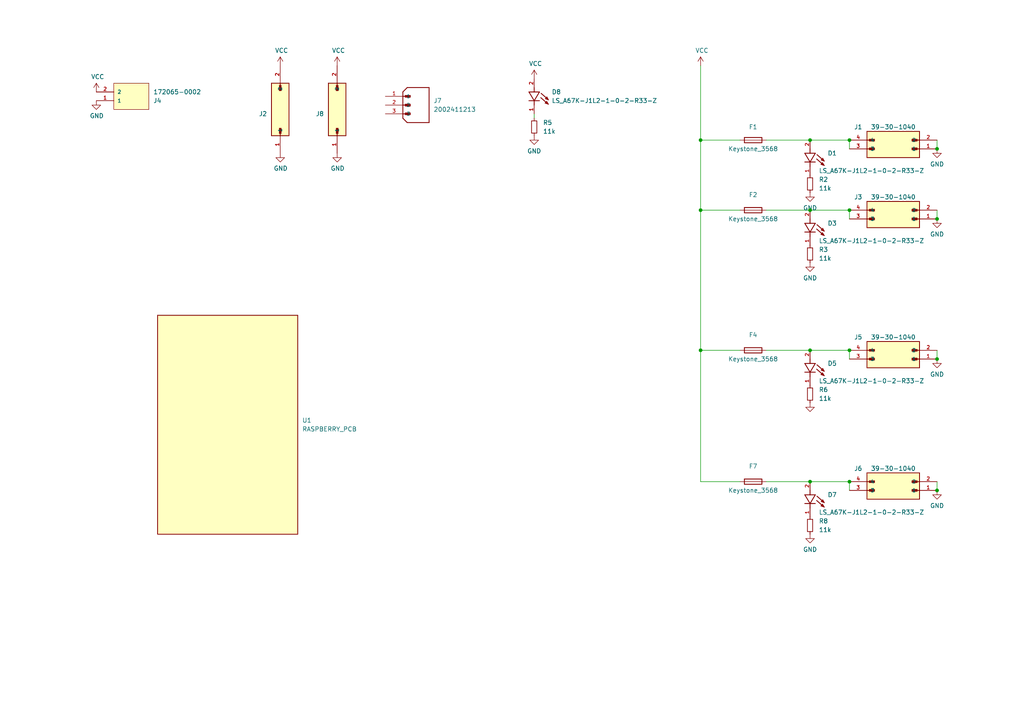
<source format=kicad_sch>
(kicad_sch (version 20230121) (generator eeschema)
  (paper "A4")
  (lib_symbols
    (symbol "172065-0002:172065-0002" (pin_names (offset 1.016))
      (property "Reference" "J" (at -5.0806 5.8462 0))
      (property "Value" "172065-0002" (at -5.0837 -5.1169 0))
      (symbol "172065-0002_0_0"
        (rectangle (start -5.08 -2.54) (end 5.08 5.08) (stroke (width 0.1524)) (fill (type background)))
        (pin passive line (at -10.16 2.54 0) (length 5.08) (name "1") (number "1"))
        (pin passive line (at -10.16 0 0) (length 5.08) (name "2") (number "2"))
      )
    )
    (symbol "2002411213:2002411213" (pin_names (offset 1.016))
      (property "Reference" "J" (at 0 6.35 0))
      (property "Value" "2002411213" (at 0 -7.62 0))
      (symbol "2002411213_0_0"
        (polyline (pts (xy 0 -3.81) (xy 1.27 -5.08)) (stroke (width 0.254)))
        (polyline (pts (xy 0 -2.54) (xy 1.905 -2.54)) (stroke (width 0.254)))
        (polyline (pts (xy 0 0) (xy 1.905 0)) (stroke (width 0.254)))
        (polyline (pts (xy 0 2.54) (xy 0 -3.81)) (stroke (width 0.254)))
        (polyline (pts (xy 0 2.54) (xy 1.905 2.54)) (stroke (width 0.254)))
        (polyline (pts (xy 0 3.81) (xy 0 2.54)) (stroke (width 0.254)))
        (polyline (pts (xy 0 3.81) (xy 1.27 5.08)) (stroke (width 0.254)))
        (polyline (pts (xy 1.27 -5.08) (xy 7.62 -5.08)) (stroke (width 0.254)))
        (polyline (pts (xy 7.62 -5.08) (xy 7.62 5.08)) (stroke (width 0.254)))
        (polyline (pts (xy 7.62 5.08) (xy 1.27 5.08)) (stroke (width 0.254)))
        (rectangle (start 0.635 -2.8575) (end 2.2225 -2.2225) (stroke (width 0.1)) (fill (type outline)))
        (rectangle (start 0.635 -0.3175) (end 2.2225 0.3175) (stroke (width 0.1)) (fill (type outline)))
        (rectangle (start 0.635 2.2225) (end 2.2225 2.8575) (stroke (width 0.1)) (fill (type outline)))
        (pin passive line (at -5.08 2.54 0) (length 5.08) (name "1") (number "1"))
        (pin passive line (at -5.08 0 0) (length 5.08) (name "2") (number "2"))
        (pin passive line (at -5.08 -2.54 0) (length 5.08) (name "3") (number "3"))
      )
    )
    (symbol "39-30-1040:39-30-1040" (pin_names (offset 1.016))
      (property "Reference" "J" (at -7.62 3.302 0))
      (property "Value" "39-30-1040" (at -7.62 -7.62 0))
      (symbol "39-30-1040_0_0"
        (rectangle (start -7.62 -5.08) (end 7.62 2.54) (stroke (width 0.254)) (fill (type background)))
        (rectangle (start -6.985 -2.8575) (end -5.3975 -2.2225) (stroke (width 0.1)) (fill (type outline)))
        (rectangle (start -6.985 -0.3175) (end -5.3975 0.3175) (stroke (width 0.1)) (fill (type outline)))
        (polyline (pts (xy -7.62 -2.54) (xy -5.715 -2.54)) (stroke (width 0.254)))
        (polyline (pts (xy -7.62 0) (xy -5.715 0)) (stroke (width 0.254)))
        (polyline (pts (xy 7.62 -2.54) (xy 5.715 -2.54)) (stroke (width 0.254)))
        (polyline (pts (xy 7.62 0) (xy 5.715 0)) (stroke (width 0.254)))
        (rectangle (start 5.3975 -2.8575) (end 6.985 -2.2225) (stroke (width 0.1)) (fill (type outline)))
        (rectangle (start 5.3975 -0.3175) (end 6.985 0.3175) (stroke (width 0.1)) (fill (type outline)))
        (pin passive line (at -12.7 0 0) (length 5.08) (name "1") (number "1"))
        (pin passive line (at -12.7 -2.54 0) (length 5.08) (name "2") (number "2"))
        (pin passive line (at 12.7 0 180) (length 5.08) (name "3") (number "3"))
        (pin passive line (at 12.7 -2.54 180) (length 5.08) (name "4") (number "4"))
      )
    )
    (symbol "768250002:768250002" (pin_names (offset 1.016))
      (property "Reference" "J" (at -7.62 3.81 0))
      (property "Value" "768250002" (at -7.62 -5.08 0))
      (symbol "768250002_0_0"
        (rectangle (start -7.62 -2.54) (end 7.62 2.54) (stroke (width 0.254)) (fill (type background)))
        (rectangle (start -6.985 -0.3175) (end -5.3975 0.3175) (stroke (width 0.1)) (fill (type outline)))
        (polyline (pts (xy -7.62 0) (xy -5.715 0)) (stroke (width 0.254)))
        (polyline (pts (xy 7.62 0) (xy 5.715 0)) (stroke (width 0.254)))
        (rectangle (start 5.3975 -0.3175) (end 6.985 0.3175) (stroke (width 0.1)) (fill (type outline)))
        (pin passive line (at -12.7 0 0) (length 5.08) (name "1") (number "1"))
        (pin passive line (at 12.7 0 180) (length 5.08) (name "2") (number "2"))
      )
    )
    (symbol "Device:Fuse" (pin_numbers hide) (pin_names (offset 0))
      (property "Reference" "F" (at 2.032 0 90))
      (property "Value" "Fuse" (at -1.905 0 90))
      (symbol "Fuse_0_1"
        (rectangle (start -0.762 -2.54) (end 0.762 2.54) (stroke (width 0.254)))
        (polyline (pts (xy 0 2.54) (xy 0 -2.54)))
      )
      (symbol "Fuse_1_1"
        (pin passive line (at 0 3.81 270) (length 1.27) (name "~") (number "1"))
        (pin passive line (at 0 -3.81 90) (length 1.27) (name "~") (number "2"))
      )
    )
    (symbol "Device:R_Small" (pin_numbers hide) (pin_names (offset 0.254) hide)
      (property "Reference" "R" (at 0.762 0.508 0))
      (property "Value" "R_Small" (at 0.762 -1.016 0))
      (symbol "R_Small_0_1"
        (rectangle (start -0.762 1.778) (end 0.762 -1.778) (stroke (width 0.2032)))
      )
      (symbol "R_Small_1_1"
        (pin passive line (at 0 2.54 270) (length 0.762) (name "~") (number "1"))
        (pin passive line (at 0 -2.54 90) (length 0.762) (name "~") (number "2"))
      )
    )
    (symbol "LS_A67K-J1L2-1-0-2-R33-Z:LS_A67K-J1L2-1-0-2-R33-Z" (pin_names (offset 1.016))
      (property "Reference" "D" (at -4.445 4.445 0))
      (property "Value" "LS_A67K-J1L2-1-0-2-R33-Z" (at -4.445 -3.81 0))
      (symbol "LS_A67K-J1L2-1-0-2-R33-Z_0_0"
        (polyline (pts (xy -2.54 0) (xy -1.27 0)) (stroke (width 0.254)))
        (polyline (pts (xy -1.27 -1.524) (xy 1.27 0)) (stroke (width 0.254)))
        (polyline (pts (xy -1.27 0) (xy -1.27 -1.524)) (stroke (width 0.254)))
        (polyline (pts (xy -1.27 1.524) (xy -1.27 0)) (stroke (width 0.254)))
        (polyline (pts (xy 0.9144 4.0386) (xy -0.8636 2.0066)) (stroke (width 0.254)))
        (polyline (pts (xy 1.27 0) (xy -1.27 1.524)) (stroke (width 0.254)))
        (polyline (pts (xy 1.27 0) (xy 1.27 -1.524)) (stroke (width 0.254)))
        (polyline (pts (xy 1.27 0) (xy 2.54 0)) (stroke (width 0.254)))
        (polyline (pts (xy 1.27 1.524) (xy 1.27 0)) (stroke (width 0.254)))
        (polyline (pts (xy 2.159 3.937) (xy 0.381 1.905)) (stroke (width 0.254)))
        (polyline (pts (xy 0.127 3.683) (xy 0.6985 3.175) (xy 1.0795 4.191) (xy 0.127 3.683)) (stroke (width 0.1524)) (fill (type outline)))
        (polyline (pts (xy 1.397 3.6195) (xy 1.9685 3.1115) (xy 2.3495 4.191) (xy 1.397 3.6195)) (stroke (width 0.1524)) (fill (type outline)))
        (pin passive line (at 5.08 0 180) (length 2.54) (name "~") (number "1"))
        (pin passive line (at -5.08 0 0) (length 2.54) (name "~") (number "2"))
      )
    )
    (symbol "RASPBERRY_PI_4B_4GB:RASPBERRY_PI_4B_4GB" (pin_names (offset 1.016))
      (property "Reference" "U" (at -20.32 33.528 0))
      (property "Value" "RASPBERRY_PI_4B_4GB" (at -20.32 -33.02 0))
      (symbol "RASPBERRY_PI_4B_4GB_0_0"
        (rectangle (start -20.32 -30.48) (end 20.32 33.02) (stroke (width 0.254)) (fill (type background)))
      )
    )
    (symbol "power:GND" (power) (pin_names (offset 0))
      (property "Value" "GND" (at 0 -3.81 0))
      (symbol "GND_0_1"
        (polyline (pts (xy 0 0) (xy 0 -1.27) (xy 1.27 -1.27) (xy 0 -2.54) (xy -1.27 -1.27) (xy 0 -1.27)))
      )
      (symbol "GND_1_1"
        (pin power_in line (at 0 0 270) (length 0) hide (name "GND") (number "1"))
      )
    )
    (symbol "power:VCC" (power) (pin_names (offset 0))
      (property "Value" "VCC" (at 0 3.81 0))
      (symbol "VCC_0_1"
        (polyline (pts (xy -0.762 1.27) (xy 0 2.54)))
        (polyline (pts (xy 0 0) (xy 0 2.54)))
        (polyline (pts (xy 0 2.54) (xy 0.762 1.27)))
      )
      (symbol "VCC_1_1"
        (pin power_in line (at 0 0 90) (length 0) hide (name "VCC") (number "1"))
      )
    )
  )
  (junction (at 234.95 101.6))
  (junction (at 246.38 101.6))
  (junction (at 246.38 60.96))
  (junction (at 271.78 63.5))
  (junction (at 203.2 40.64))
  (junction (at 271.78 43.18))
  (junction (at 271.78 142.24))
  (junction (at 203.2 60.96))
  (junction (at 246.38 139.7))
  (junction (at 271.78 104.14))
  (junction (at 234.95 60.96))
  (junction (at 234.95 139.7))
  (junction (at 246.38 40.64))
  (junction (at 203.2 101.6))
  (junction (at 234.95 40.64))
  (wire (pts (xy 246.38 60.96) (xy 246.38 63.5)))
  (wire (pts (xy 234.95 40.64) (xy 246.38 40.64)))
  (wire (pts (xy 222.25 139.7) (xy 234.95 139.7)))
  (wire (pts (xy 271.78 101.6) (xy 271.78 104.14)))
  (wire (pts (xy 214.63 40.64) (xy 203.2 40.64)))
  (wire (pts (xy 246.38 139.7) (xy 246.38 142.24)))
  (wire (pts (xy 271.78 60.96) (xy 271.78 63.5)))
  (wire (pts (xy 154.94 33.02) (xy 154.94 34.29)))
  (wire (pts (xy 203.2 40.64) (xy 203.2 60.96)))
  (wire (pts (xy 246.38 101.6) (xy 246.38 104.14)))
  (wire (pts (xy 234.95 60.96) (xy 246.38 60.96)))
  (wire (pts (xy 234.95 139.7) (xy 246.38 139.7)))
  (wire (pts (xy 222.25 40.64) (xy 234.95 40.64)))
  (wire (pts (xy 271.78 139.7) (xy 271.78 142.24)))
  (wire (pts (xy 203.2 19.05) (xy 203.2 40.64)))
  (wire (pts (xy 214.63 139.7) (xy 203.2 139.7)))
  (wire (pts (xy 222.25 60.96) (xy 234.95 60.96)))
  (wire (pts (xy 214.63 101.6) (xy 203.2 101.6)))
  (wire (pts (xy 203.2 101.6) (xy 203.2 139.7)))
  (wire (pts (xy 203.2 60.96) (xy 203.2 101.6)))
  (wire (pts (xy 222.25 101.6) (xy 234.95 101.6)))
  (wire (pts (xy 246.38 40.64) (xy 246.38 43.18)))
  (wire (pts (xy 271.78 40.64) (xy 271.78 43.18)))
  (wire (pts (xy 214.63 60.96) (xy 203.2 60.96)))
  (wire (pts (xy 234.95 101.6) (xy 246.38 101.6)))
  (symbol (lib_id "power:VCC") (at 154.94 22.86 0) (unit 1)
    (property "Reference" "#PWR015" (effects hide))
    (property "Value" "VCC" (at 155.321 18.4658 0))
  )
  (symbol (lib_id "Device:R_Small") (at 234.95 53.34 0) (unit 1)
    (property "Reference" "R2" (at 237.49 52.07 0) (effects (justify left)))
    (property "Value" "11k" (at 237.49 54.61 0) (effects (justify left)))
    (property "Footprint" "Resistor_SMD:R_0805_2012Metric" (effects hide))
  )
  (symbol (lib_id "Device:Fuse") (at 218.44 40.64 90) (unit 1)
    (property "Reference" "F1" (at 218.44 36.83 90))
    (property "Value" "Keystone_3568" (at 218.44 43.18 90))
    (property "Footprint" "Fuse:Fuseholder_Blade_Mini_Keystone_3568" (effects hide))
    (property "Datasheet" "https://www.mouser.at/datasheet/2/215/3568-742601.pdf" (effects hide))
  )
  (symbol (lib_id "39-30-1040:39-30-1040") (at 259.08 63.5 180) (unit 1)
    (property "Reference" "J3" (at 248.92 57.15 0))
    (property "Value" "39-30-1040" (at 259.08 57.15 0))
    (property "Footprint" "39-30-1040:MOLEX_39-30-1040" (effects hide))
    (property "MF" "Molex" (effects hide))
    (property "DESCRIPTION" "Conn Wire to Board HDR 4 POS 4.2mm Solder RA Side Entry Thru-Hole Mini-Fit Jr™ Bag" (effects hide))
    (property "PACKAGE" "None" (effects hide))
    (property "PRICE" "None" (effects hide))
    (property "Package" "None" (effects hide))
    (property "Check_prices" "https://www.snapeda.com/parts/39301040/Molex/view-part/?ref=eda" (effects hide))
    (property "Price" "None" (effects hide))
    (property "SnapEDA_Link" "https://www.snapeda.com/parts/39301040/Molex/view-part/?ref=snap" (effects hide))
    (property "MP" "39301040" (effects hide))
    (property "Availability" "In Stock" (effects hide))
    (property "AVAILABILITY" "In Stock" (effects hide))
    (property "Description" "\n                        \n                            Conn Wire to Board HDR 4 POS 4.2mm Solder RA Side Entry Thru-Hole Mini-Fit Jr™ Bag\n                        \n" (effects hide))
  )
  (symbol (lib_id "Device:Fuse") (at 218.44 139.7 90) (unit 1)
    (property "Reference" "F7" (at 218.44 135.2382 90))
    (property "Value" "Keystone_3568" (at 218.44 142.24 90))
    (property "Footprint" "Fuse:Fuseholder_Blade_Mini_Keystone_3568" (effects hide))
    (property "Datasheet" "https://www.mouser.at/datasheet/2/215/3568-742601.pdf" (effects hide))
  )
  (symbol (lib_id "power:GND") (at 154.94 39.37 0) (unit 1)
    (property "Reference" "#PWR016" (effects hide))
    (property "Value" "GND" (at 154.94 43.8134 0))
  )
  (symbol (lib_id "LS_A67K-J1L2-1-0-2-R33-Z:LS_A67K-J1L2-1-0-2-R33-Z") (at 154.94 27.94 270) (unit 1)
    (property "Reference" "D8" (at 160.02 26.67 90) (effects (justify left)))
    (property "Value" "LS_A67K-J1L2-1-0-2-R33-Z" (at 160.02 29.21 90) (effects (justify left)))
    (property "Footprint" "LS_A67K-J1L2-1-0-2-R33-Z:LED_LS_A67K-J1L2-1-0-2-R33-Z" (effects hide))
    (property "MF" "OSRAM Opto Semiconductors" (effects hide))
    (property "MAXIMUM_PACKAGE_HEIGHT" "4.20mm" (effects hide))
    (property "CREATOR" "NEZY" (effects hide))
    (property "Price" "None" (effects hide))
    (property "Package" "None" (effects hide))
    (property "Check_prices" "https://www.snapeda.com/parts/LS%20A67K-J1L2-1-0-2-R33-Z/OSRAM/view-part/?ref=eda" (effects hide))
    (property "STANDARD" "Manufacturer Recommendations" (effects hide))
    (property "PARTREV" "1.5" (effects hide))
    (property "SnapEDA_Link" "https://www.snapeda.com/parts/LS%20A67K-J1L2-1-0-2-R33-Z/OSRAM/view-part/?ref=snap" (effects hide))
    (property "MP" "LS A67K-J1L2-1-0-2-R33-Z" (effects hide))
    (property "Description" "\n                        \n                            Red 630nm LED Indication - Discrete 1.8V 2-SMD, Boomerang\n                        \n" (effects hide))
    (property "Availability" "In Stock" (effects hide))
    (property "MANUFACTURER" "OSRAM" (effects hide))
  )
  (symbol (lib_id "RASPBERRY_PI_4B_4GB:RASPBERRY_PI_4B_4GB") (at 66.04 124.46 0) (unit 1)
    (property "Reference" "U1" (at 87.63 121.92 0) (effects (justify left)))
    (property "Value" "RASPBERRY_PCB" (at 87.63 124.46 0) (effects (justify left)))
    (property "Footprint" "RASPBERRY_PI_4B_4GB:MODULE_RASPBERRY_PI_4B_4GB" (effects hide))
    (property "MF" "Raspberry Pi" (effects hide))
    (property "MAXIMUM_PACKAGE_HEIGHT" "16 mm" (effects hide))
    (property "Package" "None" (effects hide))
    (property "Price" "None" (effects hide))
    (property "Check_prices" "https://www.snapeda.com/parts/RASPBERRY%20PI%204B/4GB/Raspberry+Pi/view-part/?ref=eda" (effects hide))
    (property "STANDARD" "Manufacturer Recommendations" (effects hide))
    (property "PARTREV" "4" (effects hide))
    (property "SnapEDA_Link" "https://www.snapeda.com/parts/RASPBERRY%20PI%204B/4GB/Raspberry+Pi/view-part/?ref=snap" (effects hide))
    (property "MP" "RASPBERRY PI 4B/4GB" (effects hide))
    (property "Description" "\n                        \n                            BCM2711 Raspberry Pi 4 Model B 4GB - ARM® Cortex®-A72 MPU Embedded Evaluation Board\n                        \n" (effects hide))
    (property "MANUFACTURER" "Raspberry Pi" (effects hide))
    (property "Availability" "Not in stock" (effects hide))
    (property "SNAPEDA_PN" "RASPBERRY PI 4B/4GB" (effects hide))
  )
  (symbol (lib_id "LS_A67K-J1L2-1-0-2-R33-Z:LS_A67K-J1L2-1-0-2-R33-Z") (at 234.95 144.78 270) (unit 1)
    (property "Reference" "D7" (at 240.03 143.51 90) (effects (justify left)))
    (property "Value" "LS_A67K-J1L2-1-0-2-R33-Z" (at 237.49 148.59 90) (effects (justify left)))
    (property "Footprint" "LS_A67K-J1L2-1-0-2-R33-Z:LED_LS_A67K-J1L2-1-0-2-R33-Z" (effects hide))
    (property "MF" "OSRAM Opto Semiconductors" (effects hide))
    (property "MAXIMUM_PACKAGE_HEIGHT" "4.20mm" (effects hide))
    (property "CREATOR" "NEZY" (effects hide))
    (property "Price" "None" (effects hide))
    (property "Package" "None" (effects hide))
    (property "Check_prices" "https://www.snapeda.com/parts/LS%20A67K-J1L2-1-0-2-R33-Z/OSRAM/view-part/?ref=eda" (effects hide))
    (property "STANDARD" "Manufacturer Recommendations" (effects hide))
    (property "PARTREV" "1.5" (effects hide))
    (property "SnapEDA_Link" "https://www.snapeda.com/parts/LS%20A67K-J1L2-1-0-2-R33-Z/OSRAM/view-part/?ref=snap" (effects hide))
    (property "MP" "LS A67K-J1L2-1-0-2-R33-Z" (effects hide))
    (property "Description" "\n                        \n                            Red 630nm LED Indication - Discrete 1.8V 2-SMD, Boomerang\n                        \n" (effects hide))
    (property "Availability" "In Stock" (effects hide))
    (property "MANUFACTURER" "OSRAM" (effects hide))
  )
  (symbol (lib_id "power:GND") (at 27.94 29.21 0) (unit 1)
    (property "Reference" "#PWR08" (effects hide))
    (property "Value" "GND" (at 28.067 33.6042 0))
  )
  (symbol (lib_id "39-30-1040:39-30-1040") (at 259.08 43.18 180) (unit 1)
    (property "Reference" "J1" (at 248.92 36.83 0))
    (property "Value" "39-30-1040" (at 259.08 36.83 0))
    (property "Footprint" "39-30-1040:MOLEX_39-30-1040" (effects hide))
    (property "MF" "Molex" (effects hide))
    (property "DESCRIPTION" "Conn Wire to Board HDR 4 POS 4.2mm Solder RA Side Entry Thru-Hole Mini-Fit Jr™ Bag" (effects hide))
    (property "PACKAGE" "None" (effects hide))
    (property "PRICE" "None" (effects hide))
    (property "Package" "None" (effects hide))
    (property "Check_prices" "https://www.snapeda.com/parts/39301040/Molex/view-part/?ref=eda" (effects hide))
    (property "Price" "None" (effects hide))
    (property "SnapEDA_Link" "https://www.snapeda.com/parts/39301040/Molex/view-part/?ref=snap" (effects hide))
    (property "MP" "39301040" (effects hide))
    (property "Availability" "In Stock" (effects hide))
    (property "AVAILABILITY" "In Stock" (effects hide))
    (property "Description" "\n                        \n                            Conn Wire to Board HDR 4 POS 4.2mm Solder RA Side Entry Thru-Hole Mini-Fit Jr™ Bag\n                        \n" (effects hide))
  )
  (symbol (lib_id "768250002:768250002") (at 81.28 31.75 90) (unit 1)
    (property "Reference" "J2" (at 77.47 33.02 90) (effects (justify left)))
    (property "Value" "768250002" (effects hide))
    (property "Footprint" "768250002:MOLEX_768250002" (effects hide))
    (property "MF" "Molex" (effects hide))
    (property "MAXIMUM_PACKAGE_HEIGHT" "14.53 mm" (effects hide))
    (property "Package" "None" (effects hide))
    (property "Price" "None" (effects hide))
    (property "Check_prices" "https://www.snapeda.com/parts/768250002/Molex/view-part/?ref=eda" (effects hide))
    (property "STANDARD" "Manufacturer Recommendations" (effects hide))
    (property "PARTREV" "E" (effects hide))
    (property "SnapEDA_Link" "https://www.snapeda.com/parts/768250002/Molex/view-part/?ref=snap" (effects hide))
    (property "MP" "768250002" (effects hide))
    (property "Description" "\n                        \n                            Conn Power HDR 2 POS 5.7mm Solder RA Thru-Hole 2 Terminal 1 Port Mega-Fit® Tray\n                        \n" (effects hide))
    (property "Availability" "In Stock" (effects hide))
    (property "MANUFACTURER" "Molex" (effects hide))
  )
  (symbol (lib_id "power:GND") (at 234.95 154.94 0) (unit 1)
    (property "Reference" "#PWR023" (effects hide))
    (property "Value" "GND" (at 234.95 159.3834 0))
  )
  (symbol (lib_id "power:GND") (at 271.78 142.24 0) (unit 1)
    (property "Reference" "#PWR013" (effects hide))
    (property "Value" "GND" (at 271.78 146.6834 0))
  )
  (symbol (lib_id "Device:R_Small") (at 234.95 152.4 0) (unit 1)
    (property "Reference" "R8" (at 237.49 151.13 0) (effects (justify left)))
    (property "Value" "11k" (at 237.49 153.67 0) (effects (justify left)))
    (property "Footprint" "Resistor_SMD:R_0805_2012Metric" (effects hide))
  )
  (symbol (lib_id "power:GND") (at 271.78 43.18 0) (unit 1)
    (property "Reference" "#PWR04" (effects hide))
    (property "Value" "GND" (at 271.78 47.6234 0))
  )
  (symbol (lib_id "LS_A67K-J1L2-1-0-2-R33-Z:LS_A67K-J1L2-1-0-2-R33-Z") (at 234.95 66.04 270) (unit 1)
    (property "Reference" "D3" (at 240.03 64.77 90) (effects (justify left)))
    (property "Value" "LS_A67K-J1L2-1-0-2-R33-Z" (at 237.49 69.85 90) (effects (justify left)))
    (property "Footprint" "LS_A67K-J1L2-1-0-2-R33-Z:LED_LS_A67K-J1L2-1-0-2-R33-Z" (effects hide))
    (property "MF" "OSRAM Opto Semiconductors" (effects hide))
    (property "MAXIMUM_PACKAGE_HEIGHT" "4.20mm" (effects hide))
    (property "CREATOR" "NEZY" (effects hide))
    (property "Price" "None" (effects hide))
    (property "Package" "None" (effects hide))
    (property "Check_prices" "https://www.snapeda.com/parts/LS%20A67K-J1L2-1-0-2-R33-Z/OSRAM/view-part/?ref=eda" (effects hide))
    (property "STANDARD" "Manufacturer Recommendations" (effects hide))
    (property "PARTREV" "1.5" (effects hide))
    (property "SnapEDA_Link" "https://www.snapeda.com/parts/LS%20A67K-J1L2-1-0-2-R33-Z/OSRAM/view-part/?ref=snap" (effects hide))
    (property "MP" "LS A67K-J1L2-1-0-2-R33-Z" (effects hide))
    (property "Description" "\n                        \n                            Red 630nm LED Indication - Discrete 1.8V 2-SMD, Boomerang\n                        \n" (effects hide))
    (property "Availability" "In Stock" (effects hide))
    (property "MANUFACTURER" "OSRAM" (effects hide))
  )
  (symbol (lib_id "LS_A67K-J1L2-1-0-2-R33-Z:LS_A67K-J1L2-1-0-2-R33-Z") (at 234.95 106.68 270) (unit 1)
    (property "Reference" "D5" (at 240.03 105.41 90) (effects (justify left)))
    (property "Value" "LS_A67K-J1L2-1-0-2-R33-Z" (at 237.49 110.49 90) (effects (justify left)))
    (property "Footprint" "LS_A67K-J1L2-1-0-2-R33-Z:LED_LS_A67K-J1L2-1-0-2-R33-Z" (effects hide))
    (property "MF" "OSRAM Opto Semiconductors" (effects hide))
    (property "MAXIMUM_PACKAGE_HEIGHT" "4.20mm" (effects hide))
    (property "CREATOR" "NEZY" (effects hide))
    (property "Price" "None" (effects hide))
    (property "Package" "None" (effects hide))
    (property "Check_prices" "https://www.snapeda.com/parts/LS%20A67K-J1L2-1-0-2-R33-Z/OSRAM/view-part/?ref=eda" (effects hide))
    (property "STANDARD" "Manufacturer Recommendations" (effects hide))
    (property "PARTREV" "1.5" (effects hide))
    (property "SnapEDA_Link" "https://www.snapeda.com/parts/LS%20A67K-J1L2-1-0-2-R33-Z/OSRAM/view-part/?ref=snap" (effects hide))
    (property "MP" "LS A67K-J1L2-1-0-2-R33-Z" (effects hide))
    (property "Description" "\n                        \n                            Red 630nm LED Indication - Discrete 1.8V 2-SMD, Boomerang\n                        \n" (effects hide))
    (property "Availability" "In Stock" (effects hide))
    (property "MANUFACTURER" "OSRAM" (effects hide))
  )
  (symbol (lib_id "Device:R_Small") (at 154.94 36.83 0) (unit 1)
    (property "Reference" "R5" (at 157.48 35.56 0) (effects (justify left)))
    (property "Value" "11k" (at 157.48 38.1 0) (effects (justify left)))
    (property "Footprint" "Resistor_SMD:R_0805_2012Metric" (effects hide))
  )
  (symbol (lib_id "172065-0002:172065-0002") (at 38.1 26.67 0) (mirror x) (unit 1)
    (property "Reference" "J4" (at 44.45 29.21 0) (effects (justify left)))
    (property "Value" "172065-0002" (at 44.45 26.67 0) (effects (justify left)))
    (property "Footprint" "172065-0002:MOLEX_172065-0002" (effects hide))
    (property "MF" "Molex" (effects hide))
    (property "MAXIMUM_PACKAGE_HEIGHT" "14.8mm" (effects hide))
    (property "Package" "None" (effects hide))
    (property "Price" "None" (effects hide))
    (property "Check_prices" "https://www.snapeda.com/parts/1720650002/Molex/view-part/?ref=eda" (effects hide))
    (property "STANDARD" "Manufacturer recommendations" (effects hide))
    (property "PARTREV" "D8" (effects hide))
    (property "SnapEDA_Link" "https://www.snapeda.com/parts/1720650002/Molex/view-part/?ref=snap" (effects hide))
    (property "MP" "1720650002" (effects hide))
    (property "Description" "\n                        \n                            Conn. Rect./PCB Header Vertical 2 Pos. 2 Row Gold Plate Mega-Fit UL94V-0 | Molex Incorporated 172065-0002\n                        \n" (effects hide))
    (property "Availability" "In Stock" (effects hide))
    (property "MANUFACTURER" "Molex" (effects hide))
  )
  (symbol (lib_id "39-30-1040:39-30-1040") (at 259.08 104.14 180) (unit 1)
    (property "Reference" "J5" (at 248.92 97.79 0))
    (property "Value" "39-30-1040" (at 259.08 97.79 0))
    (property "Footprint" "39-30-1040:MOLEX_39-30-1040" (effects hide))
    (property "MF" "Molex" (effects hide))
    (property "DESCRIPTION" "Conn Wire to Board HDR 4 POS 4.2mm Solder RA Side Entry Thru-Hole Mini-Fit Jr™ Bag" (effects hide))
    (property "PACKAGE" "None" (effects hide))
    (property "PRICE" "None" (effects hide))
    (property "Package" "None" (effects hide))
    (property "Check_prices" "https://www.snapeda.com/parts/39301040/Molex/view-part/?ref=eda" (effects hide))
    (property "Price" "None" (effects hide))
    (property "SnapEDA_Link" "https://www.snapeda.com/parts/39301040/Molex/view-part/?ref=snap" (effects hide))
    (property "MP" "39301040" (effects hide))
    (property "Availability" "In Stock" (effects hide))
    (property "AVAILABILITY" "In Stock" (effects hide))
    (property "Description" "\n                        \n                            Conn Wire to Board HDR 4 POS 4.2mm Solder RA Side Entry Thru-Hole Mini-Fit Jr™ Bag\n                        \n" (effects hide))
  )
  (symbol (lib_id "power:VCC") (at 203.2 19.05 0) (unit 1)
    (property "Reference" "#PWR05" (effects hide))
    (property "Value" "VCC" (at 203.581 14.6558 0))
  )
  (symbol (lib_id "power:GND") (at 234.95 76.2 0) (unit 1)
    (property "Reference" "#PWR017" (effects hide))
    (property "Value" "GND" (at 234.95 80.6434 0))
  )
  (symbol (lib_id "2002411213:2002411213") (at 116.84 30.48 0) (unit 1)
    (property "Reference" "J7" (at 125.73 29.21 0) (effects (justify left)))
    (property "Value" "2002411213" (at 125.73 31.75 0) (effects (justify left)))
    (property "Footprint" "2002411213:MOLEX_2002411213" (effects hide))
    (property "MF" "Molex" (effects hide))
    (property "MAXIMUM_PACKAGE_HEIGHT" "11.1 mm" (effects hide))
    (property "Package" "None" (effects hide))
    (property "Price" "None" (effects hide))
    (property "Check_prices" "https://www.snapeda.com/parts/2002411213/Molex/view-part/?ref=eda" (effects hide))
    (property "STANDARD" "Manufacturer Recommendations" (effects hide))
    (property "PARTREV" "D" (effects hide))
    (property "SnapEDA_Link" "https://www.snapeda.com/parts/2002411213/Molex/view-part/?ref=snap" (effects hide))
    (property "MP" "2002411213" (effects hide))
    (property "Description" "\n                        \n                            Conn Wire to Board HDR 3Power POS 5.7mm Solder RA Thru-Hole Mega-Fit Tray\n                        \n" (effects hide))
    (property "Availability" "In Stock" (effects hide))
    (property "MANUFACTURER" "Molex" (effects hide))
  )
  (symbol (lib_id "power:VCC") (at 81.28 19.05 0) (unit 1)
    (property "Reference" "#PWR06" (effects hide))
    (property "Value" "VCC" (at 81.661 14.6558 0))
  )
  (symbol (lib_id "power:GND") (at 81.28 44.45 0) (unit 1)
    (property "Reference" "#PWR02" (effects hide))
    (property "Value" "GND" (at 81.407 48.8442 0))
  )
  (symbol (lib_id "Device:Fuse") (at 218.44 101.6 90) (unit 1)
    (property "Reference" "F4" (at 218.44 97.1382 90))
    (property "Value" "Keystone_3568" (at 218.44 104.14 90))
    (property "Footprint" "Fuse:Fuseholder_Blade_Mini_Keystone_3568" (effects hide))
    (property "Datasheet" "https://www.mouser.at/datasheet/2/215/3568-742601.pdf" (effects hide))
  )
  (symbol (lib_id "power:GND") (at 234.95 55.88 0) (unit 1)
    (property "Reference" "#PWR01" (effects hide))
    (property "Value" "GND" (at 234.95 60.3234 0))
  )
  (symbol (lib_id "LS_A67K-J1L2-1-0-2-R33-Z:LS_A67K-J1L2-1-0-2-R33-Z") (at 234.95 45.72 270) (unit 1)
    (property "Reference" "D1" (at 240.03 44.45 90) (effects (justify left)))
    (property "Value" "LS_A67K-J1L2-1-0-2-R33-Z" (at 237.49 49.53 90) (effects (justify left)))
    (property "Footprint" "LS_A67K-J1L2-1-0-2-R33-Z:LED_LS_A67K-J1L2-1-0-2-R33-Z" (effects hide))
    (property "MF" "OSRAM Opto Semiconductors" (effects hide))
    (property "MAXIMUM_PACKAGE_HEIGHT" "4.20mm" (effects hide))
    (property "CREATOR" "NEZY" (effects hide))
    (property "Price" "None" (effects hide))
    (property "Package" "None" (effects hide))
    (property "Check_prices" "https://www.snapeda.com/parts/LS%20A67K-J1L2-1-0-2-R33-Z/OSRAM/view-part/?ref=eda" (effects hide))
    (property "STANDARD" "Manufacturer Recommendations" (effects hide))
    (property "PARTREV" "1.5" (effects hide))
    (property "SnapEDA_Link" "https://www.snapeda.com/parts/LS%20A67K-J1L2-1-0-2-R33-Z/OSRAM/view-part/?ref=snap" (effects hide))
    (property "MP" "LS A67K-J1L2-1-0-2-R33-Z" (effects hide))
    (property "Description" "\n                        \n                            Red 630nm LED Indication - Discrete 1.8V 2-SMD, Boomerang\n                        \n" (effects hide))
    (property "Availability" "In Stock" (effects hide))
    (property "MANUFACTURER" "OSRAM" (effects hide))
  )
  (symbol (lib_id "Device:R_Small") (at 234.95 73.66 0) (unit 1)
    (property "Reference" "R3" (at 237.49 72.39 0) (effects (justify left)))
    (property "Value" "11k" (at 237.49 74.93 0) (effects (justify left)))
    (property "Footprint" "Resistor_SMD:R_0805_2012Metric" (effects hide))
  )
  (symbol (lib_id "power:GND") (at 234.95 116.84 0) (unit 1)
    (property "Reference" "#PWR021" (effects hide))
    (property "Value" "GND" (effects hide))
  )
  (symbol (lib_id "power:GND") (at 271.78 104.14 0) (unit 1)
    (property "Reference" "#PWR010" (effects hide))
    (property "Value" "GND" (at 271.78 108.5834 0))
  )
  (symbol (lib_id "768250002:768250002") (at 97.79 31.75 90) (unit 1)
    (property "Reference" "J8" (at 93.98 33.02 90) (effects (justify left)))
    (property "Value" "768250002" (effects hide))
    (property "Footprint" "768250002:MOLEX_768250002" (effects hide))
    (property "MF" "Molex" (effects hide))
    (property "MAXIMUM_PACKAGE_HEIGHT" "14.53 mm" (effects hide))
    (property "Package" "None" (effects hide))
    (property "Price" "None" (effects hide))
    (property "Check_prices" "https://www.snapeda.com/parts/768250002/Molex/view-part/?ref=eda" (effects hide))
    (property "STANDARD" "Manufacturer Recommendations" (effects hide))
    (property "PARTREV" "E" (effects hide))
    (property "SnapEDA_Link" "https://www.snapeda.com/parts/768250002/Molex/view-part/?ref=snap" (effects hide))
    (property "MP" "768250002" (effects hide))
    (property "Description" "\n                        \n                            Conn Power HDR 2 POS 5.7mm Solder RA Thru-Hole 2 Terminal 1 Port Mega-Fit® Tray\n                        \n" (effects hide))
    (property "Availability" "In Stock" (effects hide))
    (property "MANUFACTURER" "Molex" (effects hide))
  )
  (symbol (lib_id "39-30-1040:39-30-1040") (at 259.08 142.24 180) (unit 1)
    (property "Reference" "J6" (at 248.92 135.89 0))
    (property "Value" "39-30-1040" (at 259.08 135.89 0))
    (property "Footprint" "39-30-1040:MOLEX_39-30-1040" (effects hide))
    (property "MF" "Molex" (effects hide))
    (property "DESCRIPTION" "Conn Wire to Board HDR 4 POS 4.2mm Solder RA Side Entry Thru-Hole Mini-Fit Jr™ Bag" (effects hide))
    (property "PACKAGE" "None" (effects hide))
    (property "PRICE" "None" (effects hide))
    (property "Package" "None" (effects hide))
    (property "Check_prices" "https://www.snapeda.com/parts/39301040/Molex/view-part/?ref=eda" (effects hide))
    (property "Price" "None" (effects hide))
    (property "SnapEDA_Link" "https://www.snapeda.com/parts/39301040/Molex/view-part/?ref=snap" (effects hide))
    (property "MP" "39301040" (effects hide))
    (property "Availability" "In Stock" (effects hide))
    (property "AVAILABILITY" "In Stock" (effects hide))
    (property "Description" "\n                        \n                            Conn Wire to Board HDR 4 POS 4.2mm Solder RA Side Entry Thru-Hole Mini-Fit Jr™ Bag\n                        \n" (effects hide))
  )
  (symbol (lib_id "power:VCC") (at 27.94 26.67 0) (unit 1)
    (property "Reference" "#PWR09" (effects hide))
    (property "Value" "VCC" (at 28.321 22.2758 0))
  )
  (symbol (lib_id "power:GND") (at 271.78 63.5 0) (unit 1)
    (property "Reference" "#PWR014" (effects hide))
    (property "Value" "GND" (at 271.78 67.9434 0))
  )
  (symbol (lib_id "power:GND") (at 97.79 44.45 0) (unit 1)
    (property "Reference" "#PWR03" (effects hide))
    (property "Value" "GND" (at 97.917 48.8442 0))
  )
  (symbol (lib_id "power:VCC") (at 97.79 19.05 0) (unit 1)
    (property "Reference" "#PWR07" (effects hide))
    (property "Value" "VCC" (at 98.171 14.6558 0))
  )
  (symbol (lib_id "Device:R_Small") (at 234.95 114.3 0) (unit 1)
    (property "Reference" "R6" (at 237.49 113.03 0) (effects (justify left)))
    (property "Value" "11k" (at 237.49 115.57 0) (effects (justify left)))
    (property "Footprint" "Resistor_SMD:R_0805_2012Metric" (effects hide))
  )
  (symbol (lib_id "Device:Fuse") (at 218.44 60.96 90) (unit 1)
    (property "Reference" "F2" (at 218.44 56.4982 90))
    (property "Value" "Keystone_3568" (at 218.44 63.5 90))
    (property "Footprint" "Fuse:Fuseholder_Blade_Mini_Keystone_3568" (effects hide))
    (property "Datasheet" "https://www.mouser.at/datasheet/2/215/3568-742601.pdf" (effects hide))
  )
)
</source>
